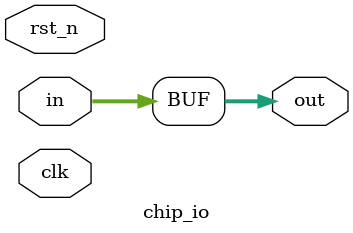
<source format=v>

module chip_io(
    input clk,
    input rst_n,
    input [7:0] in,
    output [7:0] out
);
    assign out = in;  // Simple passthrough to satisfy testbench
endmodule

</source>
